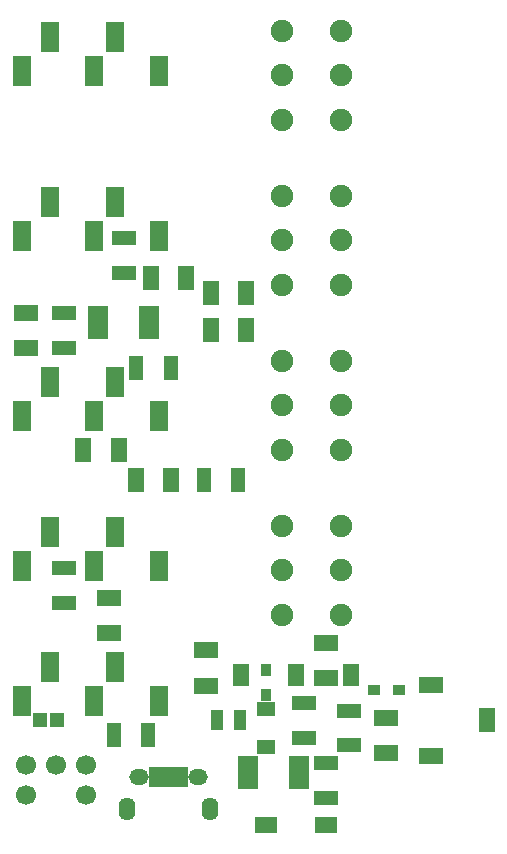
<source format=gbr>
G04 #@! TF.FileFunction,Soldermask,Bot*
%FSLAX46Y46*%
G04 Gerber Fmt 4.6, Leading zero omitted, Abs format (unit mm)*
G04 Created by KiCad (PCBNEW 4.0.1-stable) date Tuesday, February 09, 2016 'PMt' 03:50:34 PM*
%MOMM*%
G01*
G04 APERTURE LIST*
%ADD10C,0.100000*%
%ADD11R,1.600000X2.600000*%
%ADD12R,1.400000X2.000000*%
%ADD13R,2.000000X1.400000*%
%ADD14R,0.990000X0.850000*%
%ADD15R,0.850000X0.990000*%
%ADD16R,1.197560X1.197560*%
%ADD17R,1.620000X1.310000*%
%ADD18R,1.100000X1.700000*%
%ADD19R,0.800000X1.750000*%
%ADD20O,1.650000X1.350000*%
%ADD21O,1.400000X1.950000*%
%ADD22R,1.300000X2.100000*%
%ADD23R,2.100000X1.300000*%
%ADD24C,1.900000*%
%ADD25C,1.700000*%
%ADD26R,1.400000X1.900000*%
%ADD27R,1.900000X1.400000*%
%ADD28R,1.771600X0.857200*%
G04 APERTURE END LIST*
D10*
D11*
X52955000Y-107580000D03*
X55355000Y-104680000D03*
X60855000Y-104680000D03*
X64555000Y-107580000D03*
X59055000Y-107580000D03*
X52955000Y-83450000D03*
X55355000Y-80550000D03*
X60855000Y-80550000D03*
X64555000Y-83450000D03*
X59055000Y-83450000D03*
D12*
X68985000Y-73025000D03*
X71985000Y-73025000D03*
X68985000Y-76200000D03*
X71985000Y-76200000D03*
X61190000Y-86360000D03*
X58190000Y-86360000D03*
X63905000Y-71755000D03*
X66905000Y-71755000D03*
D13*
X53340000Y-77700000D03*
X53340000Y-74700000D03*
D12*
X65635000Y-88900000D03*
X62635000Y-88900000D03*
D13*
X60325000Y-98830000D03*
X60325000Y-101830000D03*
X68580000Y-106275000D03*
X68580000Y-103275000D03*
X83820000Y-111990000D03*
X83820000Y-108990000D03*
X78740000Y-105640000D03*
X78740000Y-102640000D03*
X87630000Y-112220000D03*
D12*
X92330000Y-109220000D03*
D13*
X87630000Y-106220000D03*
D14*
X82765000Y-106680000D03*
X84875000Y-106680000D03*
D15*
X73660000Y-104990000D03*
X73660000Y-107100000D03*
D16*
X55994300Y-109220000D03*
X54495700Y-109220000D03*
D17*
X73660000Y-108220000D03*
X73660000Y-111490000D03*
D11*
X52955000Y-54240000D03*
X55355000Y-51340000D03*
X60855000Y-51340000D03*
X64555000Y-54240000D03*
X59055000Y-54240000D03*
X52955000Y-68210000D03*
X55355000Y-65310000D03*
X60855000Y-65310000D03*
X64555000Y-68210000D03*
X59055000Y-68210000D03*
X52955000Y-96150000D03*
X55355000Y-93250000D03*
X60855000Y-93250000D03*
X64555000Y-96150000D03*
X59055000Y-96150000D03*
D18*
X71435000Y-109220000D03*
X69535000Y-109220000D03*
D19*
X66705900Y-114007460D03*
X66055900Y-114007460D03*
X65405900Y-114007460D03*
X64755900Y-114007460D03*
X64105900Y-114007460D03*
D20*
X67905900Y-114007460D03*
X62905900Y-114007460D03*
D21*
X68905900Y-116707460D03*
X61905900Y-116707460D03*
D22*
X60780000Y-110490000D03*
X63680000Y-110490000D03*
D23*
X61595000Y-68400000D03*
X61595000Y-71300000D03*
D22*
X62685000Y-79375000D03*
X65585000Y-79375000D03*
D23*
X56515000Y-74750000D03*
X56515000Y-77650000D03*
D22*
X68400000Y-88900000D03*
X71300000Y-88900000D03*
D23*
X56515000Y-96340000D03*
X56515000Y-99240000D03*
X76835000Y-110670000D03*
X76835000Y-107770000D03*
X78740000Y-112850000D03*
X78740000Y-115750000D03*
X80645000Y-108405000D03*
X80645000Y-111305000D03*
D24*
X80010000Y-54610000D03*
X80010000Y-50860000D03*
X80010000Y-58360000D03*
X75010000Y-50860000D03*
X75010000Y-54610000D03*
X75010000Y-58360000D03*
X80010000Y-68580000D03*
X80010000Y-64830000D03*
X80010000Y-72330000D03*
X75010000Y-64830000D03*
X75010000Y-68580000D03*
X75010000Y-72330000D03*
X80010000Y-82550000D03*
X80010000Y-78800000D03*
X80010000Y-86300000D03*
X75010000Y-78800000D03*
X75010000Y-82550000D03*
X75010000Y-86300000D03*
X80010000Y-96520000D03*
X80010000Y-92770000D03*
X80010000Y-100270000D03*
X75010000Y-92770000D03*
X75010000Y-96520000D03*
X75010000Y-100270000D03*
D25*
X58420000Y-113030000D03*
X55880000Y-113030000D03*
X53340000Y-113030000D03*
X53340000Y-115570000D03*
X58420000Y-115570000D03*
D26*
X80890000Y-105410000D03*
X76200000Y-105410000D03*
X71510000Y-105410000D03*
D27*
X78740000Y-118110000D03*
X73660000Y-118110000D03*
D28*
X59413140Y-76530200D03*
X59413140Y-75895200D03*
X59413140Y-75234800D03*
X59413140Y-74599800D03*
X63776860Y-74599800D03*
X63776860Y-75234800D03*
X63776860Y-75895200D03*
X63776860Y-76530200D03*
X76476860Y-112699800D03*
X76476860Y-113334800D03*
X76476860Y-113995200D03*
X76476860Y-114630200D03*
X72113140Y-114630200D03*
X72113140Y-113995200D03*
X72113140Y-113334800D03*
X72113140Y-112699800D03*
M02*

</source>
